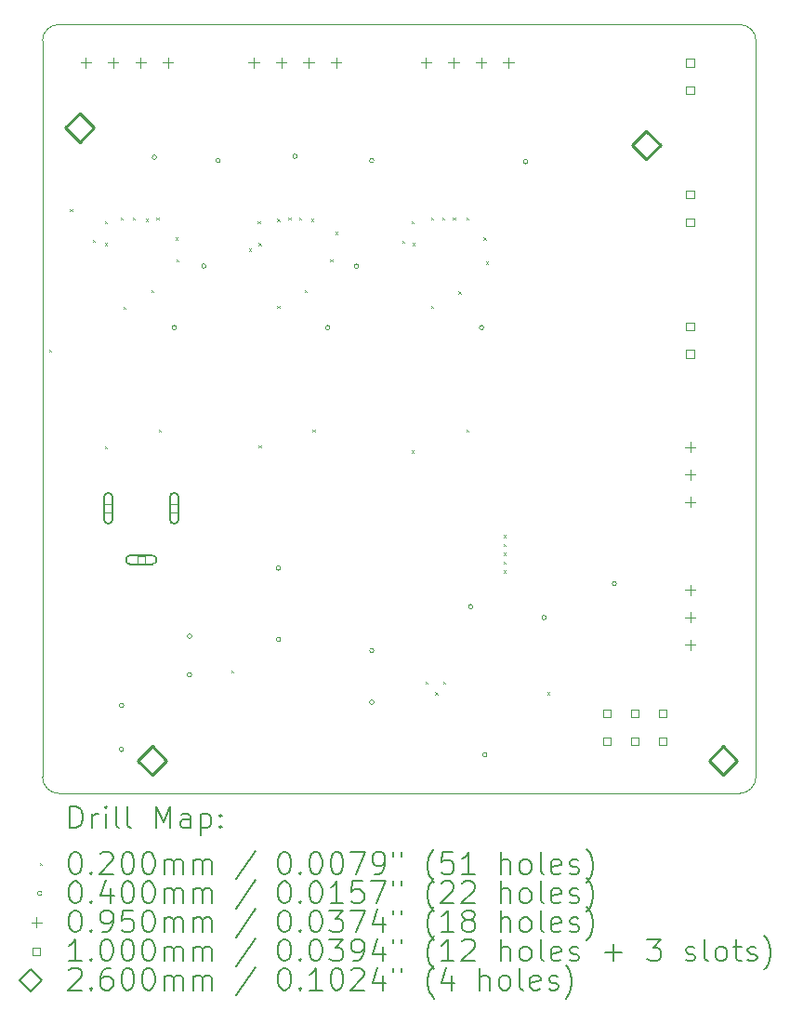
<source format=gbr>
%FSLAX45Y45*%
G04 Gerber Fmt 4.5, Leading zero omitted, Abs format (unit mm)*
G04 Created by KiCad (PCBNEW (6.0.4)) date 2022-04-15 10:09:58*
%MOMM*%
%LPD*%
G01*
G04 APERTURE LIST*
%TA.AperFunction,Profile*%
%ADD10C,0.100000*%
%TD*%
%ADD11C,0.200000*%
%ADD12C,0.020000*%
%ADD13C,0.040000*%
%ADD14C,0.095000*%
%ADD15C,0.100000*%
%ADD16C,0.260000*%
G04 APERTURE END LIST*
D10*
X17050000Y-3800000D02*
X10850000Y-3800000D01*
X17200000Y-10650000D02*
X17200000Y-3950000D01*
X10850000Y-10800000D02*
X17050000Y-10800000D01*
X10700000Y-3950000D02*
X10700000Y-10650000D01*
X10850000Y-3800000D02*
G75*
G03*
X10700000Y-3950000I0J-150000D01*
G01*
X17200000Y-3950000D02*
G75*
G03*
X17050000Y-3800000I-150000J0D01*
G01*
X17050000Y-10800000D02*
G75*
G03*
X17200000Y-10650000I0J150000D01*
G01*
X10700000Y-10650000D02*
G75*
G03*
X10850000Y-10800000I150000J0D01*
G01*
D11*
D12*
X10760000Y-6760000D02*
X10780000Y-6780000D01*
X10780000Y-6760000D02*
X10760000Y-6780000D01*
X10950000Y-5480000D02*
X10970000Y-5500000D01*
X10970000Y-5480000D02*
X10950000Y-5500000D01*
X11160320Y-5759680D02*
X11180320Y-5779680D01*
X11180320Y-5759680D02*
X11160320Y-5779680D01*
X11266555Y-5593445D02*
X11286555Y-5613445D01*
X11286555Y-5593445D02*
X11266555Y-5613445D01*
X11270000Y-5790000D02*
X11290000Y-5810000D01*
X11290000Y-5790000D02*
X11270000Y-5810000D01*
X11270000Y-7640000D02*
X11290000Y-7660000D01*
X11290000Y-7640000D02*
X11270000Y-7660000D01*
X11410000Y-5560000D02*
X11430000Y-5580000D01*
X11430000Y-5560000D02*
X11410000Y-5580000D01*
X11440050Y-6370000D02*
X11460050Y-6390000D01*
X11460050Y-6370000D02*
X11440050Y-6390000D01*
X11520000Y-5560000D02*
X11540000Y-5580000D01*
X11540000Y-5560000D02*
X11520000Y-5580000D01*
X11640000Y-5570000D02*
X11660000Y-5590000D01*
X11660000Y-5570000D02*
X11640000Y-5590000D01*
X11690000Y-6220000D02*
X11710000Y-6240000D01*
X11710000Y-6220000D02*
X11690000Y-6240000D01*
X11740000Y-5560000D02*
X11760000Y-5580000D01*
X11760000Y-5560000D02*
X11740000Y-5580000D01*
X11760000Y-7490000D02*
X11780000Y-7510000D01*
X11780000Y-7490000D02*
X11760000Y-7510000D01*
X11910000Y-5740000D02*
X11930000Y-5760000D01*
X11930000Y-5740000D02*
X11910000Y-5760000D01*
X11921096Y-5938904D02*
X11941096Y-5958904D01*
X11941096Y-5938904D02*
X11921096Y-5958904D01*
X12420000Y-9680000D02*
X12440000Y-9700000D01*
X12440000Y-9680000D02*
X12420000Y-9700000D01*
X12580000Y-5840000D02*
X12600000Y-5860000D01*
X12600000Y-5840000D02*
X12580000Y-5860000D01*
X12660000Y-5590000D02*
X12680000Y-5610000D01*
X12680000Y-5590000D02*
X12660000Y-5610000D01*
X12669068Y-7630931D02*
X12689068Y-7650931D01*
X12689068Y-7630931D02*
X12669068Y-7650931D01*
X12670000Y-5790000D02*
X12690000Y-5810000D01*
X12690000Y-5790000D02*
X12670000Y-5810000D01*
X12840000Y-5569860D02*
X12860000Y-5589860D01*
X12860000Y-5569860D02*
X12840000Y-5589860D01*
X12840000Y-6360000D02*
X12860000Y-6380000D01*
X12860000Y-6360000D02*
X12840000Y-6380000D01*
X12940000Y-5560000D02*
X12960000Y-5580000D01*
X12960000Y-5560000D02*
X12940000Y-5580000D01*
X13040000Y-5560000D02*
X13060000Y-5580000D01*
X13060000Y-5560000D02*
X13040000Y-5580000D01*
X13090000Y-6220000D02*
X13110000Y-6240000D01*
X13110000Y-6220000D02*
X13090000Y-6240000D01*
X13150000Y-5569860D02*
X13170000Y-5589860D01*
X13170000Y-5569860D02*
X13150000Y-5589860D01*
X13160000Y-7490000D02*
X13180000Y-7510000D01*
X13180000Y-7490000D02*
X13160000Y-7510000D01*
X13321096Y-5938904D02*
X13341096Y-5958904D01*
X13341096Y-5938904D02*
X13321096Y-5958904D01*
X13370000Y-5690000D02*
X13390000Y-5710000D01*
X13390000Y-5690000D02*
X13370000Y-5710000D01*
X13980000Y-5770000D02*
X14000000Y-5790000D01*
X14000000Y-5770000D02*
X13980000Y-5790000D01*
X14060000Y-5590000D02*
X14080000Y-5610000D01*
X14080000Y-5590000D02*
X14060000Y-5610000D01*
X14060000Y-7680000D02*
X14080000Y-7700000D01*
X14080000Y-7680000D02*
X14060000Y-7700000D01*
X14070000Y-5790000D02*
X14090000Y-5810000D01*
X14090000Y-5790000D02*
X14070000Y-5810000D01*
X14190000Y-9780000D02*
X14210000Y-9800000D01*
X14210000Y-9780000D02*
X14190000Y-9800000D01*
X14240000Y-5560000D02*
X14260000Y-5580000D01*
X14260000Y-5560000D02*
X14240000Y-5580000D01*
X14240000Y-6360000D02*
X14260000Y-6380000D01*
X14260000Y-6360000D02*
X14240000Y-6380000D01*
X14280000Y-9879901D02*
X14300000Y-9899901D01*
X14300000Y-9879901D02*
X14280000Y-9899901D01*
X14340000Y-5560000D02*
X14360000Y-5580000D01*
X14360000Y-5560000D02*
X14340000Y-5580000D01*
X14350000Y-9780000D02*
X14370000Y-9800000D01*
X14370000Y-9780000D02*
X14350000Y-9800000D01*
X14440000Y-5560000D02*
X14460000Y-5580000D01*
X14460000Y-5560000D02*
X14440000Y-5580000D01*
X14490000Y-6230000D02*
X14510000Y-6250000D01*
X14510000Y-6230000D02*
X14490000Y-6250000D01*
X14560000Y-5560000D02*
X14580000Y-5580000D01*
X14580000Y-5560000D02*
X14560000Y-5580000D01*
X14560000Y-7490000D02*
X14580000Y-7510000D01*
X14580000Y-7490000D02*
X14560000Y-7510000D01*
X14720000Y-5740000D02*
X14740000Y-5760000D01*
X14740000Y-5740000D02*
X14720000Y-5760000D01*
X14741096Y-5958904D02*
X14761096Y-5978904D01*
X14761096Y-5958904D02*
X14741096Y-5978904D01*
X14900000Y-8450000D02*
X14920000Y-8470000D01*
X14920000Y-8450000D02*
X14900000Y-8470000D01*
X14900000Y-8530000D02*
X14920000Y-8550000D01*
X14920000Y-8530000D02*
X14900000Y-8550000D01*
X14900000Y-8610000D02*
X14920000Y-8630000D01*
X14920000Y-8610000D02*
X14900000Y-8630000D01*
X14900000Y-8690000D02*
X14920000Y-8710000D01*
X14920000Y-8690000D02*
X14900000Y-8710000D01*
X14900000Y-8770000D02*
X14920000Y-8790000D01*
X14920000Y-8770000D02*
X14900000Y-8790000D01*
X15300000Y-9879950D02*
X15320000Y-9899950D01*
X15320000Y-9879950D02*
X15300000Y-9899950D01*
D13*
X11440000Y-10000000D02*
G75*
G03*
X11440000Y-10000000I-20000J0D01*
G01*
X11440000Y-10400000D02*
G75*
G03*
X11440000Y-10400000I-20000J0D01*
G01*
X11740000Y-5010000D02*
G75*
G03*
X11740000Y-5010000I-20000J0D01*
G01*
X11920000Y-6560000D02*
G75*
G03*
X11920000Y-6560000I-20000J0D01*
G01*
X12060000Y-9370000D02*
G75*
G03*
X12060000Y-9370000I-20000J0D01*
G01*
X12060000Y-9720000D02*
G75*
G03*
X12060000Y-9720000I-20000J0D01*
G01*
X12190000Y-6000000D02*
G75*
G03*
X12190000Y-6000000I-20000J0D01*
G01*
X12320000Y-5040000D02*
G75*
G03*
X12320000Y-5040000I-20000J0D01*
G01*
X12870000Y-8750000D02*
G75*
G03*
X12870000Y-8750000I-20000J0D01*
G01*
X12870000Y-9400000D02*
G75*
G03*
X12870000Y-9400000I-20000J0D01*
G01*
X13020000Y-5000000D02*
G75*
G03*
X13020000Y-5000000I-20000J0D01*
G01*
X13320000Y-6560000D02*
G75*
G03*
X13320000Y-6560000I-20000J0D01*
G01*
X13580000Y-6000000D02*
G75*
G03*
X13580000Y-6000000I-20000J0D01*
G01*
X13720000Y-5040000D02*
G75*
G03*
X13720000Y-5040000I-20000J0D01*
G01*
X13720000Y-9500000D02*
G75*
G03*
X13720000Y-9500000I-20000J0D01*
G01*
X13720000Y-9970000D02*
G75*
G03*
X13720000Y-9970000I-20000J0D01*
G01*
X14620000Y-9100000D02*
G75*
G03*
X14620000Y-9100000I-20000J0D01*
G01*
X14720000Y-6560000D02*
G75*
G03*
X14720000Y-6560000I-20000J0D01*
G01*
X14750000Y-10450000D02*
G75*
G03*
X14750000Y-10450000I-20000J0D01*
G01*
X15120000Y-5050000D02*
G75*
G03*
X15120000Y-5050000I-20000J0D01*
G01*
X15290000Y-9200000D02*
G75*
G03*
X15290000Y-9200000I-20000J0D01*
G01*
X15930000Y-8890000D02*
G75*
G03*
X15930000Y-8890000I-20000J0D01*
G01*
D14*
X11095000Y-4100000D02*
X11095000Y-4195000D01*
X11047500Y-4147500D02*
X11142500Y-4147500D01*
X11345000Y-4100000D02*
X11345000Y-4195000D01*
X11297500Y-4147500D02*
X11392500Y-4147500D01*
X11595000Y-4100000D02*
X11595000Y-4195000D01*
X11547500Y-4147500D02*
X11642500Y-4147500D01*
X11845000Y-4100000D02*
X11845000Y-4195000D01*
X11797500Y-4147500D02*
X11892500Y-4147500D01*
X12625000Y-4100000D02*
X12625000Y-4195000D01*
X12577500Y-4147500D02*
X12672500Y-4147500D01*
X12875000Y-4100000D02*
X12875000Y-4195000D01*
X12827500Y-4147500D02*
X12922500Y-4147500D01*
X13125000Y-4100000D02*
X13125000Y-4195000D01*
X13077500Y-4147500D02*
X13172500Y-4147500D01*
X13375000Y-4100000D02*
X13375000Y-4195000D01*
X13327500Y-4147500D02*
X13422500Y-4147500D01*
X14195000Y-4100000D02*
X14195000Y-4195000D01*
X14147500Y-4147500D02*
X14242500Y-4147500D01*
X14445000Y-4100000D02*
X14445000Y-4195000D01*
X14397500Y-4147500D02*
X14492500Y-4147500D01*
X14695000Y-4100000D02*
X14695000Y-4195000D01*
X14647500Y-4147500D02*
X14742500Y-4147500D01*
X14945000Y-4100000D02*
X14945000Y-4195000D01*
X14897500Y-4147500D02*
X14992500Y-4147500D01*
X16600000Y-7600000D02*
X16600000Y-7695000D01*
X16552500Y-7647500D02*
X16647500Y-7647500D01*
X16600000Y-7850000D02*
X16600000Y-7945000D01*
X16552500Y-7897500D02*
X16647500Y-7897500D01*
X16600000Y-8100000D02*
X16600000Y-8195000D01*
X16552500Y-8147500D02*
X16647500Y-8147500D01*
X16600000Y-8900000D02*
X16600000Y-8995000D01*
X16552500Y-8947500D02*
X16647500Y-8947500D01*
X16600000Y-9150000D02*
X16600000Y-9245000D01*
X16552500Y-9197500D02*
X16647500Y-9197500D01*
X16600000Y-9400000D02*
X16600000Y-9495000D01*
X16552500Y-9447500D02*
X16647500Y-9447500D01*
D15*
X11335356Y-8239606D02*
X11335356Y-8168894D01*
X11264644Y-8168894D01*
X11264644Y-8239606D01*
X11335356Y-8239606D01*
D11*
X11260000Y-8104250D02*
X11260000Y-8304250D01*
X11340000Y-8104250D02*
X11340000Y-8304250D01*
X11260000Y-8304250D02*
G75*
G03*
X11340000Y-8304250I40000J0D01*
G01*
X11340000Y-8104250D02*
G75*
G03*
X11260000Y-8104250I-40000J0D01*
G01*
D15*
X11635356Y-8709606D02*
X11635356Y-8638894D01*
X11564644Y-8638894D01*
X11564644Y-8709606D01*
X11635356Y-8709606D01*
D11*
X11500000Y-8714250D02*
X11700000Y-8714250D01*
X11500000Y-8634250D02*
X11700000Y-8634250D01*
X11700000Y-8714250D02*
G75*
G03*
X11700000Y-8634250I0J40000D01*
G01*
X11500000Y-8634250D02*
G75*
G03*
X11500000Y-8714250I0J-40000D01*
G01*
D15*
X11935356Y-8239606D02*
X11935356Y-8168894D01*
X11864644Y-8168894D01*
X11864644Y-8239606D01*
X11935356Y-8239606D01*
D11*
X11860000Y-8104250D02*
X11860000Y-8304250D01*
X11940000Y-8104250D02*
X11940000Y-8304250D01*
X11860000Y-8304250D02*
G75*
G03*
X11940000Y-8304250I40000J0D01*
G01*
X11940000Y-8104250D02*
G75*
G03*
X11860000Y-8104250I-40000J0D01*
G01*
D15*
X15879856Y-10107856D02*
X15879856Y-10037144D01*
X15809144Y-10037144D01*
X15809144Y-10107856D01*
X15879856Y-10107856D01*
X15879856Y-10361856D02*
X15879856Y-10291144D01*
X15809144Y-10291144D01*
X15809144Y-10361856D01*
X15879856Y-10361856D01*
X16133856Y-10107856D02*
X16133856Y-10037144D01*
X16063144Y-10037144D01*
X16063144Y-10107856D01*
X16133856Y-10107856D01*
X16133856Y-10361856D02*
X16133856Y-10291144D01*
X16063144Y-10291144D01*
X16063144Y-10361856D01*
X16133856Y-10361856D01*
X16387856Y-10107856D02*
X16387856Y-10037144D01*
X16317144Y-10037144D01*
X16317144Y-10107856D01*
X16387856Y-10107856D01*
X16387856Y-10361856D02*
X16387856Y-10291144D01*
X16317144Y-10291144D01*
X16317144Y-10361856D01*
X16387856Y-10361856D01*
X16635356Y-4185356D02*
X16635356Y-4114644D01*
X16564644Y-4114644D01*
X16564644Y-4185356D01*
X16635356Y-4185356D01*
X16635356Y-4435356D02*
X16635356Y-4364644D01*
X16564644Y-4364644D01*
X16564644Y-4435356D01*
X16635356Y-4435356D01*
X16635356Y-5385356D02*
X16635356Y-5314644D01*
X16564644Y-5314644D01*
X16564644Y-5385356D01*
X16635356Y-5385356D01*
X16635356Y-5635356D02*
X16635356Y-5564644D01*
X16564644Y-5564644D01*
X16564644Y-5635356D01*
X16635356Y-5635356D01*
X16635356Y-6585356D02*
X16635356Y-6514644D01*
X16564644Y-6514644D01*
X16564644Y-6585356D01*
X16635356Y-6585356D01*
X16635356Y-6835356D02*
X16635356Y-6764644D01*
X16564644Y-6764644D01*
X16564644Y-6835356D01*
X16635356Y-6835356D01*
D16*
X11040000Y-4870000D02*
X11170000Y-4740000D01*
X11040000Y-4610000D01*
X10910000Y-4740000D01*
X11040000Y-4870000D01*
X11700000Y-10630000D02*
X11830000Y-10500000D01*
X11700000Y-10370000D01*
X11570000Y-10500000D01*
X11700000Y-10630000D01*
X16200000Y-5030000D02*
X16330000Y-4900000D01*
X16200000Y-4770000D01*
X16070000Y-4900000D01*
X16200000Y-5030000D01*
X16900000Y-10630000D02*
X17030000Y-10500000D01*
X16900000Y-10370000D01*
X16770000Y-10500000D01*
X16900000Y-10630000D01*
D11*
X10952619Y-11115476D02*
X10952619Y-10915476D01*
X11000238Y-10915476D01*
X11028810Y-10925000D01*
X11047857Y-10944048D01*
X11057381Y-10963095D01*
X11066905Y-11001190D01*
X11066905Y-11029762D01*
X11057381Y-11067857D01*
X11047857Y-11086905D01*
X11028810Y-11105952D01*
X11000238Y-11115476D01*
X10952619Y-11115476D01*
X11152619Y-11115476D02*
X11152619Y-10982143D01*
X11152619Y-11020238D02*
X11162143Y-11001190D01*
X11171667Y-10991667D01*
X11190714Y-10982143D01*
X11209762Y-10982143D01*
X11276428Y-11115476D02*
X11276428Y-10982143D01*
X11276428Y-10915476D02*
X11266905Y-10925000D01*
X11276428Y-10934524D01*
X11285952Y-10925000D01*
X11276428Y-10915476D01*
X11276428Y-10934524D01*
X11400238Y-11115476D02*
X11381190Y-11105952D01*
X11371667Y-11086905D01*
X11371667Y-10915476D01*
X11505000Y-11115476D02*
X11485952Y-11105952D01*
X11476428Y-11086905D01*
X11476428Y-10915476D01*
X11733571Y-11115476D02*
X11733571Y-10915476D01*
X11800238Y-11058333D01*
X11866905Y-10915476D01*
X11866905Y-11115476D01*
X12047857Y-11115476D02*
X12047857Y-11010714D01*
X12038333Y-10991667D01*
X12019286Y-10982143D01*
X11981190Y-10982143D01*
X11962143Y-10991667D01*
X12047857Y-11105952D02*
X12028809Y-11115476D01*
X11981190Y-11115476D01*
X11962143Y-11105952D01*
X11952619Y-11086905D01*
X11952619Y-11067857D01*
X11962143Y-11048810D01*
X11981190Y-11039286D01*
X12028809Y-11039286D01*
X12047857Y-11029762D01*
X12143095Y-10982143D02*
X12143095Y-11182143D01*
X12143095Y-10991667D02*
X12162143Y-10982143D01*
X12200238Y-10982143D01*
X12219286Y-10991667D01*
X12228809Y-11001190D01*
X12238333Y-11020238D01*
X12238333Y-11077381D01*
X12228809Y-11096429D01*
X12219286Y-11105952D01*
X12200238Y-11115476D01*
X12162143Y-11115476D01*
X12143095Y-11105952D01*
X12324048Y-11096429D02*
X12333571Y-11105952D01*
X12324048Y-11115476D01*
X12314524Y-11105952D01*
X12324048Y-11096429D01*
X12324048Y-11115476D01*
X12324048Y-10991667D02*
X12333571Y-11001190D01*
X12324048Y-11010714D01*
X12314524Y-11001190D01*
X12324048Y-10991667D01*
X12324048Y-11010714D01*
D12*
X10675000Y-11435000D02*
X10695000Y-11455000D01*
X10695000Y-11435000D02*
X10675000Y-11455000D01*
D11*
X10990714Y-11335476D02*
X11009762Y-11335476D01*
X11028810Y-11345000D01*
X11038333Y-11354524D01*
X11047857Y-11373571D01*
X11057381Y-11411667D01*
X11057381Y-11459286D01*
X11047857Y-11497381D01*
X11038333Y-11516428D01*
X11028810Y-11525952D01*
X11009762Y-11535476D01*
X10990714Y-11535476D01*
X10971667Y-11525952D01*
X10962143Y-11516428D01*
X10952619Y-11497381D01*
X10943095Y-11459286D01*
X10943095Y-11411667D01*
X10952619Y-11373571D01*
X10962143Y-11354524D01*
X10971667Y-11345000D01*
X10990714Y-11335476D01*
X11143095Y-11516428D02*
X11152619Y-11525952D01*
X11143095Y-11535476D01*
X11133571Y-11525952D01*
X11143095Y-11516428D01*
X11143095Y-11535476D01*
X11228809Y-11354524D02*
X11238333Y-11345000D01*
X11257381Y-11335476D01*
X11305000Y-11335476D01*
X11324048Y-11345000D01*
X11333571Y-11354524D01*
X11343095Y-11373571D01*
X11343095Y-11392619D01*
X11333571Y-11421190D01*
X11219286Y-11535476D01*
X11343095Y-11535476D01*
X11466905Y-11335476D02*
X11485952Y-11335476D01*
X11505000Y-11345000D01*
X11514524Y-11354524D01*
X11524048Y-11373571D01*
X11533571Y-11411667D01*
X11533571Y-11459286D01*
X11524048Y-11497381D01*
X11514524Y-11516428D01*
X11505000Y-11525952D01*
X11485952Y-11535476D01*
X11466905Y-11535476D01*
X11447857Y-11525952D01*
X11438333Y-11516428D01*
X11428809Y-11497381D01*
X11419286Y-11459286D01*
X11419286Y-11411667D01*
X11428809Y-11373571D01*
X11438333Y-11354524D01*
X11447857Y-11345000D01*
X11466905Y-11335476D01*
X11657381Y-11335476D02*
X11676428Y-11335476D01*
X11695476Y-11345000D01*
X11705000Y-11354524D01*
X11714524Y-11373571D01*
X11724048Y-11411667D01*
X11724048Y-11459286D01*
X11714524Y-11497381D01*
X11705000Y-11516428D01*
X11695476Y-11525952D01*
X11676428Y-11535476D01*
X11657381Y-11535476D01*
X11638333Y-11525952D01*
X11628809Y-11516428D01*
X11619286Y-11497381D01*
X11609762Y-11459286D01*
X11609762Y-11411667D01*
X11619286Y-11373571D01*
X11628809Y-11354524D01*
X11638333Y-11345000D01*
X11657381Y-11335476D01*
X11809762Y-11535476D02*
X11809762Y-11402143D01*
X11809762Y-11421190D02*
X11819286Y-11411667D01*
X11838333Y-11402143D01*
X11866905Y-11402143D01*
X11885952Y-11411667D01*
X11895476Y-11430714D01*
X11895476Y-11535476D01*
X11895476Y-11430714D02*
X11905000Y-11411667D01*
X11924048Y-11402143D01*
X11952619Y-11402143D01*
X11971667Y-11411667D01*
X11981190Y-11430714D01*
X11981190Y-11535476D01*
X12076428Y-11535476D02*
X12076428Y-11402143D01*
X12076428Y-11421190D02*
X12085952Y-11411667D01*
X12105000Y-11402143D01*
X12133571Y-11402143D01*
X12152619Y-11411667D01*
X12162143Y-11430714D01*
X12162143Y-11535476D01*
X12162143Y-11430714D02*
X12171667Y-11411667D01*
X12190714Y-11402143D01*
X12219286Y-11402143D01*
X12238333Y-11411667D01*
X12247857Y-11430714D01*
X12247857Y-11535476D01*
X12638333Y-11325952D02*
X12466905Y-11583095D01*
X12895476Y-11335476D02*
X12914524Y-11335476D01*
X12933571Y-11345000D01*
X12943095Y-11354524D01*
X12952619Y-11373571D01*
X12962143Y-11411667D01*
X12962143Y-11459286D01*
X12952619Y-11497381D01*
X12943095Y-11516428D01*
X12933571Y-11525952D01*
X12914524Y-11535476D01*
X12895476Y-11535476D01*
X12876428Y-11525952D01*
X12866905Y-11516428D01*
X12857381Y-11497381D01*
X12847857Y-11459286D01*
X12847857Y-11411667D01*
X12857381Y-11373571D01*
X12866905Y-11354524D01*
X12876428Y-11345000D01*
X12895476Y-11335476D01*
X13047857Y-11516428D02*
X13057381Y-11525952D01*
X13047857Y-11535476D01*
X13038333Y-11525952D01*
X13047857Y-11516428D01*
X13047857Y-11535476D01*
X13181190Y-11335476D02*
X13200238Y-11335476D01*
X13219286Y-11345000D01*
X13228809Y-11354524D01*
X13238333Y-11373571D01*
X13247857Y-11411667D01*
X13247857Y-11459286D01*
X13238333Y-11497381D01*
X13228809Y-11516428D01*
X13219286Y-11525952D01*
X13200238Y-11535476D01*
X13181190Y-11535476D01*
X13162143Y-11525952D01*
X13152619Y-11516428D01*
X13143095Y-11497381D01*
X13133571Y-11459286D01*
X13133571Y-11411667D01*
X13143095Y-11373571D01*
X13152619Y-11354524D01*
X13162143Y-11345000D01*
X13181190Y-11335476D01*
X13371667Y-11335476D02*
X13390714Y-11335476D01*
X13409762Y-11345000D01*
X13419286Y-11354524D01*
X13428809Y-11373571D01*
X13438333Y-11411667D01*
X13438333Y-11459286D01*
X13428809Y-11497381D01*
X13419286Y-11516428D01*
X13409762Y-11525952D01*
X13390714Y-11535476D01*
X13371667Y-11535476D01*
X13352619Y-11525952D01*
X13343095Y-11516428D01*
X13333571Y-11497381D01*
X13324048Y-11459286D01*
X13324048Y-11411667D01*
X13333571Y-11373571D01*
X13343095Y-11354524D01*
X13352619Y-11345000D01*
X13371667Y-11335476D01*
X13505000Y-11335476D02*
X13638333Y-11335476D01*
X13552619Y-11535476D01*
X13724048Y-11535476D02*
X13762143Y-11535476D01*
X13781190Y-11525952D01*
X13790714Y-11516428D01*
X13809762Y-11487857D01*
X13819286Y-11449762D01*
X13819286Y-11373571D01*
X13809762Y-11354524D01*
X13800238Y-11345000D01*
X13781190Y-11335476D01*
X13743095Y-11335476D01*
X13724048Y-11345000D01*
X13714524Y-11354524D01*
X13705000Y-11373571D01*
X13705000Y-11421190D01*
X13714524Y-11440238D01*
X13724048Y-11449762D01*
X13743095Y-11459286D01*
X13781190Y-11459286D01*
X13800238Y-11449762D01*
X13809762Y-11440238D01*
X13819286Y-11421190D01*
X13895476Y-11335476D02*
X13895476Y-11373571D01*
X13971667Y-11335476D02*
X13971667Y-11373571D01*
X14266905Y-11611667D02*
X14257381Y-11602143D01*
X14238333Y-11573571D01*
X14228809Y-11554524D01*
X14219286Y-11525952D01*
X14209762Y-11478333D01*
X14209762Y-11440238D01*
X14219286Y-11392619D01*
X14228809Y-11364048D01*
X14238333Y-11345000D01*
X14257381Y-11316428D01*
X14266905Y-11306905D01*
X14438333Y-11335476D02*
X14343095Y-11335476D01*
X14333571Y-11430714D01*
X14343095Y-11421190D01*
X14362143Y-11411667D01*
X14409762Y-11411667D01*
X14428809Y-11421190D01*
X14438333Y-11430714D01*
X14447857Y-11449762D01*
X14447857Y-11497381D01*
X14438333Y-11516428D01*
X14428809Y-11525952D01*
X14409762Y-11535476D01*
X14362143Y-11535476D01*
X14343095Y-11525952D01*
X14333571Y-11516428D01*
X14638333Y-11535476D02*
X14524048Y-11535476D01*
X14581190Y-11535476D02*
X14581190Y-11335476D01*
X14562143Y-11364048D01*
X14543095Y-11383095D01*
X14524048Y-11392619D01*
X14876428Y-11535476D02*
X14876428Y-11335476D01*
X14962143Y-11535476D02*
X14962143Y-11430714D01*
X14952619Y-11411667D01*
X14933571Y-11402143D01*
X14905000Y-11402143D01*
X14885952Y-11411667D01*
X14876428Y-11421190D01*
X15085952Y-11535476D02*
X15066905Y-11525952D01*
X15057381Y-11516428D01*
X15047857Y-11497381D01*
X15047857Y-11440238D01*
X15057381Y-11421190D01*
X15066905Y-11411667D01*
X15085952Y-11402143D01*
X15114524Y-11402143D01*
X15133571Y-11411667D01*
X15143095Y-11421190D01*
X15152619Y-11440238D01*
X15152619Y-11497381D01*
X15143095Y-11516428D01*
X15133571Y-11525952D01*
X15114524Y-11535476D01*
X15085952Y-11535476D01*
X15266905Y-11535476D02*
X15247857Y-11525952D01*
X15238333Y-11506905D01*
X15238333Y-11335476D01*
X15419286Y-11525952D02*
X15400238Y-11535476D01*
X15362143Y-11535476D01*
X15343095Y-11525952D01*
X15333571Y-11506905D01*
X15333571Y-11430714D01*
X15343095Y-11411667D01*
X15362143Y-11402143D01*
X15400238Y-11402143D01*
X15419286Y-11411667D01*
X15428809Y-11430714D01*
X15428809Y-11449762D01*
X15333571Y-11468809D01*
X15505000Y-11525952D02*
X15524048Y-11535476D01*
X15562143Y-11535476D01*
X15581190Y-11525952D01*
X15590714Y-11506905D01*
X15590714Y-11497381D01*
X15581190Y-11478333D01*
X15562143Y-11468809D01*
X15533571Y-11468809D01*
X15514524Y-11459286D01*
X15505000Y-11440238D01*
X15505000Y-11430714D01*
X15514524Y-11411667D01*
X15533571Y-11402143D01*
X15562143Y-11402143D01*
X15581190Y-11411667D01*
X15657381Y-11611667D02*
X15666905Y-11602143D01*
X15685952Y-11573571D01*
X15695476Y-11554524D01*
X15705000Y-11525952D01*
X15714524Y-11478333D01*
X15714524Y-11440238D01*
X15705000Y-11392619D01*
X15695476Y-11364048D01*
X15685952Y-11345000D01*
X15666905Y-11316428D01*
X15657381Y-11306905D01*
D13*
X10695000Y-11709000D02*
G75*
G03*
X10695000Y-11709000I-20000J0D01*
G01*
D11*
X10990714Y-11599476D02*
X11009762Y-11599476D01*
X11028810Y-11609000D01*
X11038333Y-11618524D01*
X11047857Y-11637571D01*
X11057381Y-11675667D01*
X11057381Y-11723286D01*
X11047857Y-11761381D01*
X11038333Y-11780428D01*
X11028810Y-11789952D01*
X11009762Y-11799476D01*
X10990714Y-11799476D01*
X10971667Y-11789952D01*
X10962143Y-11780428D01*
X10952619Y-11761381D01*
X10943095Y-11723286D01*
X10943095Y-11675667D01*
X10952619Y-11637571D01*
X10962143Y-11618524D01*
X10971667Y-11609000D01*
X10990714Y-11599476D01*
X11143095Y-11780428D02*
X11152619Y-11789952D01*
X11143095Y-11799476D01*
X11133571Y-11789952D01*
X11143095Y-11780428D01*
X11143095Y-11799476D01*
X11324048Y-11666143D02*
X11324048Y-11799476D01*
X11276428Y-11589952D02*
X11228809Y-11732809D01*
X11352619Y-11732809D01*
X11466905Y-11599476D02*
X11485952Y-11599476D01*
X11505000Y-11609000D01*
X11514524Y-11618524D01*
X11524048Y-11637571D01*
X11533571Y-11675667D01*
X11533571Y-11723286D01*
X11524048Y-11761381D01*
X11514524Y-11780428D01*
X11505000Y-11789952D01*
X11485952Y-11799476D01*
X11466905Y-11799476D01*
X11447857Y-11789952D01*
X11438333Y-11780428D01*
X11428809Y-11761381D01*
X11419286Y-11723286D01*
X11419286Y-11675667D01*
X11428809Y-11637571D01*
X11438333Y-11618524D01*
X11447857Y-11609000D01*
X11466905Y-11599476D01*
X11657381Y-11599476D02*
X11676428Y-11599476D01*
X11695476Y-11609000D01*
X11705000Y-11618524D01*
X11714524Y-11637571D01*
X11724048Y-11675667D01*
X11724048Y-11723286D01*
X11714524Y-11761381D01*
X11705000Y-11780428D01*
X11695476Y-11789952D01*
X11676428Y-11799476D01*
X11657381Y-11799476D01*
X11638333Y-11789952D01*
X11628809Y-11780428D01*
X11619286Y-11761381D01*
X11609762Y-11723286D01*
X11609762Y-11675667D01*
X11619286Y-11637571D01*
X11628809Y-11618524D01*
X11638333Y-11609000D01*
X11657381Y-11599476D01*
X11809762Y-11799476D02*
X11809762Y-11666143D01*
X11809762Y-11685190D02*
X11819286Y-11675667D01*
X11838333Y-11666143D01*
X11866905Y-11666143D01*
X11885952Y-11675667D01*
X11895476Y-11694714D01*
X11895476Y-11799476D01*
X11895476Y-11694714D02*
X11905000Y-11675667D01*
X11924048Y-11666143D01*
X11952619Y-11666143D01*
X11971667Y-11675667D01*
X11981190Y-11694714D01*
X11981190Y-11799476D01*
X12076428Y-11799476D02*
X12076428Y-11666143D01*
X12076428Y-11685190D02*
X12085952Y-11675667D01*
X12105000Y-11666143D01*
X12133571Y-11666143D01*
X12152619Y-11675667D01*
X12162143Y-11694714D01*
X12162143Y-11799476D01*
X12162143Y-11694714D02*
X12171667Y-11675667D01*
X12190714Y-11666143D01*
X12219286Y-11666143D01*
X12238333Y-11675667D01*
X12247857Y-11694714D01*
X12247857Y-11799476D01*
X12638333Y-11589952D02*
X12466905Y-11847095D01*
X12895476Y-11599476D02*
X12914524Y-11599476D01*
X12933571Y-11609000D01*
X12943095Y-11618524D01*
X12952619Y-11637571D01*
X12962143Y-11675667D01*
X12962143Y-11723286D01*
X12952619Y-11761381D01*
X12943095Y-11780428D01*
X12933571Y-11789952D01*
X12914524Y-11799476D01*
X12895476Y-11799476D01*
X12876428Y-11789952D01*
X12866905Y-11780428D01*
X12857381Y-11761381D01*
X12847857Y-11723286D01*
X12847857Y-11675667D01*
X12857381Y-11637571D01*
X12866905Y-11618524D01*
X12876428Y-11609000D01*
X12895476Y-11599476D01*
X13047857Y-11780428D02*
X13057381Y-11789952D01*
X13047857Y-11799476D01*
X13038333Y-11789952D01*
X13047857Y-11780428D01*
X13047857Y-11799476D01*
X13181190Y-11599476D02*
X13200238Y-11599476D01*
X13219286Y-11609000D01*
X13228809Y-11618524D01*
X13238333Y-11637571D01*
X13247857Y-11675667D01*
X13247857Y-11723286D01*
X13238333Y-11761381D01*
X13228809Y-11780428D01*
X13219286Y-11789952D01*
X13200238Y-11799476D01*
X13181190Y-11799476D01*
X13162143Y-11789952D01*
X13152619Y-11780428D01*
X13143095Y-11761381D01*
X13133571Y-11723286D01*
X13133571Y-11675667D01*
X13143095Y-11637571D01*
X13152619Y-11618524D01*
X13162143Y-11609000D01*
X13181190Y-11599476D01*
X13438333Y-11799476D02*
X13324048Y-11799476D01*
X13381190Y-11799476D02*
X13381190Y-11599476D01*
X13362143Y-11628048D01*
X13343095Y-11647095D01*
X13324048Y-11656619D01*
X13619286Y-11599476D02*
X13524048Y-11599476D01*
X13514524Y-11694714D01*
X13524048Y-11685190D01*
X13543095Y-11675667D01*
X13590714Y-11675667D01*
X13609762Y-11685190D01*
X13619286Y-11694714D01*
X13628809Y-11713762D01*
X13628809Y-11761381D01*
X13619286Y-11780428D01*
X13609762Y-11789952D01*
X13590714Y-11799476D01*
X13543095Y-11799476D01*
X13524048Y-11789952D01*
X13514524Y-11780428D01*
X13695476Y-11599476D02*
X13828809Y-11599476D01*
X13743095Y-11799476D01*
X13895476Y-11599476D02*
X13895476Y-11637571D01*
X13971667Y-11599476D02*
X13971667Y-11637571D01*
X14266905Y-11875667D02*
X14257381Y-11866143D01*
X14238333Y-11837571D01*
X14228809Y-11818524D01*
X14219286Y-11789952D01*
X14209762Y-11742333D01*
X14209762Y-11704238D01*
X14219286Y-11656619D01*
X14228809Y-11628048D01*
X14238333Y-11609000D01*
X14257381Y-11580428D01*
X14266905Y-11570905D01*
X14333571Y-11618524D02*
X14343095Y-11609000D01*
X14362143Y-11599476D01*
X14409762Y-11599476D01*
X14428809Y-11609000D01*
X14438333Y-11618524D01*
X14447857Y-11637571D01*
X14447857Y-11656619D01*
X14438333Y-11685190D01*
X14324048Y-11799476D01*
X14447857Y-11799476D01*
X14524048Y-11618524D02*
X14533571Y-11609000D01*
X14552619Y-11599476D01*
X14600238Y-11599476D01*
X14619286Y-11609000D01*
X14628809Y-11618524D01*
X14638333Y-11637571D01*
X14638333Y-11656619D01*
X14628809Y-11685190D01*
X14514524Y-11799476D01*
X14638333Y-11799476D01*
X14876428Y-11799476D02*
X14876428Y-11599476D01*
X14962143Y-11799476D02*
X14962143Y-11694714D01*
X14952619Y-11675667D01*
X14933571Y-11666143D01*
X14905000Y-11666143D01*
X14885952Y-11675667D01*
X14876428Y-11685190D01*
X15085952Y-11799476D02*
X15066905Y-11789952D01*
X15057381Y-11780428D01*
X15047857Y-11761381D01*
X15047857Y-11704238D01*
X15057381Y-11685190D01*
X15066905Y-11675667D01*
X15085952Y-11666143D01*
X15114524Y-11666143D01*
X15133571Y-11675667D01*
X15143095Y-11685190D01*
X15152619Y-11704238D01*
X15152619Y-11761381D01*
X15143095Y-11780428D01*
X15133571Y-11789952D01*
X15114524Y-11799476D01*
X15085952Y-11799476D01*
X15266905Y-11799476D02*
X15247857Y-11789952D01*
X15238333Y-11770905D01*
X15238333Y-11599476D01*
X15419286Y-11789952D02*
X15400238Y-11799476D01*
X15362143Y-11799476D01*
X15343095Y-11789952D01*
X15333571Y-11770905D01*
X15333571Y-11694714D01*
X15343095Y-11675667D01*
X15362143Y-11666143D01*
X15400238Y-11666143D01*
X15419286Y-11675667D01*
X15428809Y-11694714D01*
X15428809Y-11713762D01*
X15333571Y-11732809D01*
X15505000Y-11789952D02*
X15524048Y-11799476D01*
X15562143Y-11799476D01*
X15581190Y-11789952D01*
X15590714Y-11770905D01*
X15590714Y-11761381D01*
X15581190Y-11742333D01*
X15562143Y-11732809D01*
X15533571Y-11732809D01*
X15514524Y-11723286D01*
X15505000Y-11704238D01*
X15505000Y-11694714D01*
X15514524Y-11675667D01*
X15533571Y-11666143D01*
X15562143Y-11666143D01*
X15581190Y-11675667D01*
X15657381Y-11875667D02*
X15666905Y-11866143D01*
X15685952Y-11837571D01*
X15695476Y-11818524D01*
X15705000Y-11789952D01*
X15714524Y-11742333D01*
X15714524Y-11704238D01*
X15705000Y-11656619D01*
X15695476Y-11628048D01*
X15685952Y-11609000D01*
X15666905Y-11580428D01*
X15657381Y-11570905D01*
D14*
X10647500Y-11925500D02*
X10647500Y-12020500D01*
X10600000Y-11973000D02*
X10695000Y-11973000D01*
D11*
X10990714Y-11863476D02*
X11009762Y-11863476D01*
X11028810Y-11873000D01*
X11038333Y-11882524D01*
X11047857Y-11901571D01*
X11057381Y-11939667D01*
X11057381Y-11987286D01*
X11047857Y-12025381D01*
X11038333Y-12044428D01*
X11028810Y-12053952D01*
X11009762Y-12063476D01*
X10990714Y-12063476D01*
X10971667Y-12053952D01*
X10962143Y-12044428D01*
X10952619Y-12025381D01*
X10943095Y-11987286D01*
X10943095Y-11939667D01*
X10952619Y-11901571D01*
X10962143Y-11882524D01*
X10971667Y-11873000D01*
X10990714Y-11863476D01*
X11143095Y-12044428D02*
X11152619Y-12053952D01*
X11143095Y-12063476D01*
X11133571Y-12053952D01*
X11143095Y-12044428D01*
X11143095Y-12063476D01*
X11247857Y-12063476D02*
X11285952Y-12063476D01*
X11305000Y-12053952D01*
X11314524Y-12044428D01*
X11333571Y-12015857D01*
X11343095Y-11977762D01*
X11343095Y-11901571D01*
X11333571Y-11882524D01*
X11324048Y-11873000D01*
X11305000Y-11863476D01*
X11266905Y-11863476D01*
X11247857Y-11873000D01*
X11238333Y-11882524D01*
X11228809Y-11901571D01*
X11228809Y-11949190D01*
X11238333Y-11968238D01*
X11247857Y-11977762D01*
X11266905Y-11987286D01*
X11305000Y-11987286D01*
X11324048Y-11977762D01*
X11333571Y-11968238D01*
X11343095Y-11949190D01*
X11524048Y-11863476D02*
X11428809Y-11863476D01*
X11419286Y-11958714D01*
X11428809Y-11949190D01*
X11447857Y-11939667D01*
X11495476Y-11939667D01*
X11514524Y-11949190D01*
X11524048Y-11958714D01*
X11533571Y-11977762D01*
X11533571Y-12025381D01*
X11524048Y-12044428D01*
X11514524Y-12053952D01*
X11495476Y-12063476D01*
X11447857Y-12063476D01*
X11428809Y-12053952D01*
X11419286Y-12044428D01*
X11657381Y-11863476D02*
X11676428Y-11863476D01*
X11695476Y-11873000D01*
X11705000Y-11882524D01*
X11714524Y-11901571D01*
X11724048Y-11939667D01*
X11724048Y-11987286D01*
X11714524Y-12025381D01*
X11705000Y-12044428D01*
X11695476Y-12053952D01*
X11676428Y-12063476D01*
X11657381Y-12063476D01*
X11638333Y-12053952D01*
X11628809Y-12044428D01*
X11619286Y-12025381D01*
X11609762Y-11987286D01*
X11609762Y-11939667D01*
X11619286Y-11901571D01*
X11628809Y-11882524D01*
X11638333Y-11873000D01*
X11657381Y-11863476D01*
X11809762Y-12063476D02*
X11809762Y-11930143D01*
X11809762Y-11949190D02*
X11819286Y-11939667D01*
X11838333Y-11930143D01*
X11866905Y-11930143D01*
X11885952Y-11939667D01*
X11895476Y-11958714D01*
X11895476Y-12063476D01*
X11895476Y-11958714D02*
X11905000Y-11939667D01*
X11924048Y-11930143D01*
X11952619Y-11930143D01*
X11971667Y-11939667D01*
X11981190Y-11958714D01*
X11981190Y-12063476D01*
X12076428Y-12063476D02*
X12076428Y-11930143D01*
X12076428Y-11949190D02*
X12085952Y-11939667D01*
X12105000Y-11930143D01*
X12133571Y-11930143D01*
X12152619Y-11939667D01*
X12162143Y-11958714D01*
X12162143Y-12063476D01*
X12162143Y-11958714D02*
X12171667Y-11939667D01*
X12190714Y-11930143D01*
X12219286Y-11930143D01*
X12238333Y-11939667D01*
X12247857Y-11958714D01*
X12247857Y-12063476D01*
X12638333Y-11853952D02*
X12466905Y-12111095D01*
X12895476Y-11863476D02*
X12914524Y-11863476D01*
X12933571Y-11873000D01*
X12943095Y-11882524D01*
X12952619Y-11901571D01*
X12962143Y-11939667D01*
X12962143Y-11987286D01*
X12952619Y-12025381D01*
X12943095Y-12044428D01*
X12933571Y-12053952D01*
X12914524Y-12063476D01*
X12895476Y-12063476D01*
X12876428Y-12053952D01*
X12866905Y-12044428D01*
X12857381Y-12025381D01*
X12847857Y-11987286D01*
X12847857Y-11939667D01*
X12857381Y-11901571D01*
X12866905Y-11882524D01*
X12876428Y-11873000D01*
X12895476Y-11863476D01*
X13047857Y-12044428D02*
X13057381Y-12053952D01*
X13047857Y-12063476D01*
X13038333Y-12053952D01*
X13047857Y-12044428D01*
X13047857Y-12063476D01*
X13181190Y-11863476D02*
X13200238Y-11863476D01*
X13219286Y-11873000D01*
X13228809Y-11882524D01*
X13238333Y-11901571D01*
X13247857Y-11939667D01*
X13247857Y-11987286D01*
X13238333Y-12025381D01*
X13228809Y-12044428D01*
X13219286Y-12053952D01*
X13200238Y-12063476D01*
X13181190Y-12063476D01*
X13162143Y-12053952D01*
X13152619Y-12044428D01*
X13143095Y-12025381D01*
X13133571Y-11987286D01*
X13133571Y-11939667D01*
X13143095Y-11901571D01*
X13152619Y-11882524D01*
X13162143Y-11873000D01*
X13181190Y-11863476D01*
X13314524Y-11863476D02*
X13438333Y-11863476D01*
X13371667Y-11939667D01*
X13400238Y-11939667D01*
X13419286Y-11949190D01*
X13428809Y-11958714D01*
X13438333Y-11977762D01*
X13438333Y-12025381D01*
X13428809Y-12044428D01*
X13419286Y-12053952D01*
X13400238Y-12063476D01*
X13343095Y-12063476D01*
X13324048Y-12053952D01*
X13314524Y-12044428D01*
X13505000Y-11863476D02*
X13638333Y-11863476D01*
X13552619Y-12063476D01*
X13800238Y-11930143D02*
X13800238Y-12063476D01*
X13752619Y-11853952D02*
X13705000Y-11996809D01*
X13828809Y-11996809D01*
X13895476Y-11863476D02*
X13895476Y-11901571D01*
X13971667Y-11863476D02*
X13971667Y-11901571D01*
X14266905Y-12139667D02*
X14257381Y-12130143D01*
X14238333Y-12101571D01*
X14228809Y-12082524D01*
X14219286Y-12053952D01*
X14209762Y-12006333D01*
X14209762Y-11968238D01*
X14219286Y-11920619D01*
X14228809Y-11892048D01*
X14238333Y-11873000D01*
X14257381Y-11844428D01*
X14266905Y-11834905D01*
X14447857Y-12063476D02*
X14333571Y-12063476D01*
X14390714Y-12063476D02*
X14390714Y-11863476D01*
X14371667Y-11892048D01*
X14352619Y-11911095D01*
X14333571Y-11920619D01*
X14562143Y-11949190D02*
X14543095Y-11939667D01*
X14533571Y-11930143D01*
X14524048Y-11911095D01*
X14524048Y-11901571D01*
X14533571Y-11882524D01*
X14543095Y-11873000D01*
X14562143Y-11863476D01*
X14600238Y-11863476D01*
X14619286Y-11873000D01*
X14628809Y-11882524D01*
X14638333Y-11901571D01*
X14638333Y-11911095D01*
X14628809Y-11930143D01*
X14619286Y-11939667D01*
X14600238Y-11949190D01*
X14562143Y-11949190D01*
X14543095Y-11958714D01*
X14533571Y-11968238D01*
X14524048Y-11987286D01*
X14524048Y-12025381D01*
X14533571Y-12044428D01*
X14543095Y-12053952D01*
X14562143Y-12063476D01*
X14600238Y-12063476D01*
X14619286Y-12053952D01*
X14628809Y-12044428D01*
X14638333Y-12025381D01*
X14638333Y-11987286D01*
X14628809Y-11968238D01*
X14619286Y-11958714D01*
X14600238Y-11949190D01*
X14876428Y-12063476D02*
X14876428Y-11863476D01*
X14962143Y-12063476D02*
X14962143Y-11958714D01*
X14952619Y-11939667D01*
X14933571Y-11930143D01*
X14905000Y-11930143D01*
X14885952Y-11939667D01*
X14876428Y-11949190D01*
X15085952Y-12063476D02*
X15066905Y-12053952D01*
X15057381Y-12044428D01*
X15047857Y-12025381D01*
X15047857Y-11968238D01*
X15057381Y-11949190D01*
X15066905Y-11939667D01*
X15085952Y-11930143D01*
X15114524Y-11930143D01*
X15133571Y-11939667D01*
X15143095Y-11949190D01*
X15152619Y-11968238D01*
X15152619Y-12025381D01*
X15143095Y-12044428D01*
X15133571Y-12053952D01*
X15114524Y-12063476D01*
X15085952Y-12063476D01*
X15266905Y-12063476D02*
X15247857Y-12053952D01*
X15238333Y-12034905D01*
X15238333Y-11863476D01*
X15419286Y-12053952D02*
X15400238Y-12063476D01*
X15362143Y-12063476D01*
X15343095Y-12053952D01*
X15333571Y-12034905D01*
X15333571Y-11958714D01*
X15343095Y-11939667D01*
X15362143Y-11930143D01*
X15400238Y-11930143D01*
X15419286Y-11939667D01*
X15428809Y-11958714D01*
X15428809Y-11977762D01*
X15333571Y-11996809D01*
X15505000Y-12053952D02*
X15524048Y-12063476D01*
X15562143Y-12063476D01*
X15581190Y-12053952D01*
X15590714Y-12034905D01*
X15590714Y-12025381D01*
X15581190Y-12006333D01*
X15562143Y-11996809D01*
X15533571Y-11996809D01*
X15514524Y-11987286D01*
X15505000Y-11968238D01*
X15505000Y-11958714D01*
X15514524Y-11939667D01*
X15533571Y-11930143D01*
X15562143Y-11930143D01*
X15581190Y-11939667D01*
X15657381Y-12139667D02*
X15666905Y-12130143D01*
X15685952Y-12101571D01*
X15695476Y-12082524D01*
X15705000Y-12053952D01*
X15714524Y-12006333D01*
X15714524Y-11968238D01*
X15705000Y-11920619D01*
X15695476Y-11892048D01*
X15685952Y-11873000D01*
X15666905Y-11844428D01*
X15657381Y-11834905D01*
D15*
X10680356Y-12272356D02*
X10680356Y-12201644D01*
X10609644Y-12201644D01*
X10609644Y-12272356D01*
X10680356Y-12272356D01*
D11*
X11057381Y-12327476D02*
X10943095Y-12327476D01*
X11000238Y-12327476D02*
X11000238Y-12127476D01*
X10981190Y-12156048D01*
X10962143Y-12175095D01*
X10943095Y-12184619D01*
X11143095Y-12308428D02*
X11152619Y-12317952D01*
X11143095Y-12327476D01*
X11133571Y-12317952D01*
X11143095Y-12308428D01*
X11143095Y-12327476D01*
X11276428Y-12127476D02*
X11295476Y-12127476D01*
X11314524Y-12137000D01*
X11324048Y-12146524D01*
X11333571Y-12165571D01*
X11343095Y-12203667D01*
X11343095Y-12251286D01*
X11333571Y-12289381D01*
X11324048Y-12308428D01*
X11314524Y-12317952D01*
X11295476Y-12327476D01*
X11276428Y-12327476D01*
X11257381Y-12317952D01*
X11247857Y-12308428D01*
X11238333Y-12289381D01*
X11228809Y-12251286D01*
X11228809Y-12203667D01*
X11238333Y-12165571D01*
X11247857Y-12146524D01*
X11257381Y-12137000D01*
X11276428Y-12127476D01*
X11466905Y-12127476D02*
X11485952Y-12127476D01*
X11505000Y-12137000D01*
X11514524Y-12146524D01*
X11524048Y-12165571D01*
X11533571Y-12203667D01*
X11533571Y-12251286D01*
X11524048Y-12289381D01*
X11514524Y-12308428D01*
X11505000Y-12317952D01*
X11485952Y-12327476D01*
X11466905Y-12327476D01*
X11447857Y-12317952D01*
X11438333Y-12308428D01*
X11428809Y-12289381D01*
X11419286Y-12251286D01*
X11419286Y-12203667D01*
X11428809Y-12165571D01*
X11438333Y-12146524D01*
X11447857Y-12137000D01*
X11466905Y-12127476D01*
X11657381Y-12127476D02*
X11676428Y-12127476D01*
X11695476Y-12137000D01*
X11705000Y-12146524D01*
X11714524Y-12165571D01*
X11724048Y-12203667D01*
X11724048Y-12251286D01*
X11714524Y-12289381D01*
X11705000Y-12308428D01*
X11695476Y-12317952D01*
X11676428Y-12327476D01*
X11657381Y-12327476D01*
X11638333Y-12317952D01*
X11628809Y-12308428D01*
X11619286Y-12289381D01*
X11609762Y-12251286D01*
X11609762Y-12203667D01*
X11619286Y-12165571D01*
X11628809Y-12146524D01*
X11638333Y-12137000D01*
X11657381Y-12127476D01*
X11809762Y-12327476D02*
X11809762Y-12194143D01*
X11809762Y-12213190D02*
X11819286Y-12203667D01*
X11838333Y-12194143D01*
X11866905Y-12194143D01*
X11885952Y-12203667D01*
X11895476Y-12222714D01*
X11895476Y-12327476D01*
X11895476Y-12222714D02*
X11905000Y-12203667D01*
X11924048Y-12194143D01*
X11952619Y-12194143D01*
X11971667Y-12203667D01*
X11981190Y-12222714D01*
X11981190Y-12327476D01*
X12076428Y-12327476D02*
X12076428Y-12194143D01*
X12076428Y-12213190D02*
X12085952Y-12203667D01*
X12105000Y-12194143D01*
X12133571Y-12194143D01*
X12152619Y-12203667D01*
X12162143Y-12222714D01*
X12162143Y-12327476D01*
X12162143Y-12222714D02*
X12171667Y-12203667D01*
X12190714Y-12194143D01*
X12219286Y-12194143D01*
X12238333Y-12203667D01*
X12247857Y-12222714D01*
X12247857Y-12327476D01*
X12638333Y-12117952D02*
X12466905Y-12375095D01*
X12895476Y-12127476D02*
X12914524Y-12127476D01*
X12933571Y-12137000D01*
X12943095Y-12146524D01*
X12952619Y-12165571D01*
X12962143Y-12203667D01*
X12962143Y-12251286D01*
X12952619Y-12289381D01*
X12943095Y-12308428D01*
X12933571Y-12317952D01*
X12914524Y-12327476D01*
X12895476Y-12327476D01*
X12876428Y-12317952D01*
X12866905Y-12308428D01*
X12857381Y-12289381D01*
X12847857Y-12251286D01*
X12847857Y-12203667D01*
X12857381Y-12165571D01*
X12866905Y-12146524D01*
X12876428Y-12137000D01*
X12895476Y-12127476D01*
X13047857Y-12308428D02*
X13057381Y-12317952D01*
X13047857Y-12327476D01*
X13038333Y-12317952D01*
X13047857Y-12308428D01*
X13047857Y-12327476D01*
X13181190Y-12127476D02*
X13200238Y-12127476D01*
X13219286Y-12137000D01*
X13228809Y-12146524D01*
X13238333Y-12165571D01*
X13247857Y-12203667D01*
X13247857Y-12251286D01*
X13238333Y-12289381D01*
X13228809Y-12308428D01*
X13219286Y-12317952D01*
X13200238Y-12327476D01*
X13181190Y-12327476D01*
X13162143Y-12317952D01*
X13152619Y-12308428D01*
X13143095Y-12289381D01*
X13133571Y-12251286D01*
X13133571Y-12203667D01*
X13143095Y-12165571D01*
X13152619Y-12146524D01*
X13162143Y-12137000D01*
X13181190Y-12127476D01*
X13314524Y-12127476D02*
X13438333Y-12127476D01*
X13371667Y-12203667D01*
X13400238Y-12203667D01*
X13419286Y-12213190D01*
X13428809Y-12222714D01*
X13438333Y-12241762D01*
X13438333Y-12289381D01*
X13428809Y-12308428D01*
X13419286Y-12317952D01*
X13400238Y-12327476D01*
X13343095Y-12327476D01*
X13324048Y-12317952D01*
X13314524Y-12308428D01*
X13533571Y-12327476D02*
X13571667Y-12327476D01*
X13590714Y-12317952D01*
X13600238Y-12308428D01*
X13619286Y-12279857D01*
X13628809Y-12241762D01*
X13628809Y-12165571D01*
X13619286Y-12146524D01*
X13609762Y-12137000D01*
X13590714Y-12127476D01*
X13552619Y-12127476D01*
X13533571Y-12137000D01*
X13524048Y-12146524D01*
X13514524Y-12165571D01*
X13514524Y-12213190D01*
X13524048Y-12232238D01*
X13533571Y-12241762D01*
X13552619Y-12251286D01*
X13590714Y-12251286D01*
X13609762Y-12241762D01*
X13619286Y-12232238D01*
X13628809Y-12213190D01*
X13800238Y-12194143D02*
X13800238Y-12327476D01*
X13752619Y-12117952D02*
X13705000Y-12260809D01*
X13828809Y-12260809D01*
X13895476Y-12127476D02*
X13895476Y-12165571D01*
X13971667Y-12127476D02*
X13971667Y-12165571D01*
X14266905Y-12403667D02*
X14257381Y-12394143D01*
X14238333Y-12365571D01*
X14228809Y-12346524D01*
X14219286Y-12317952D01*
X14209762Y-12270333D01*
X14209762Y-12232238D01*
X14219286Y-12184619D01*
X14228809Y-12156048D01*
X14238333Y-12137000D01*
X14257381Y-12108428D01*
X14266905Y-12098905D01*
X14447857Y-12327476D02*
X14333571Y-12327476D01*
X14390714Y-12327476D02*
X14390714Y-12127476D01*
X14371667Y-12156048D01*
X14352619Y-12175095D01*
X14333571Y-12184619D01*
X14524048Y-12146524D02*
X14533571Y-12137000D01*
X14552619Y-12127476D01*
X14600238Y-12127476D01*
X14619286Y-12137000D01*
X14628809Y-12146524D01*
X14638333Y-12165571D01*
X14638333Y-12184619D01*
X14628809Y-12213190D01*
X14514524Y-12327476D01*
X14638333Y-12327476D01*
X14876428Y-12327476D02*
X14876428Y-12127476D01*
X14962143Y-12327476D02*
X14962143Y-12222714D01*
X14952619Y-12203667D01*
X14933571Y-12194143D01*
X14905000Y-12194143D01*
X14885952Y-12203667D01*
X14876428Y-12213190D01*
X15085952Y-12327476D02*
X15066905Y-12317952D01*
X15057381Y-12308428D01*
X15047857Y-12289381D01*
X15047857Y-12232238D01*
X15057381Y-12213190D01*
X15066905Y-12203667D01*
X15085952Y-12194143D01*
X15114524Y-12194143D01*
X15133571Y-12203667D01*
X15143095Y-12213190D01*
X15152619Y-12232238D01*
X15152619Y-12289381D01*
X15143095Y-12308428D01*
X15133571Y-12317952D01*
X15114524Y-12327476D01*
X15085952Y-12327476D01*
X15266905Y-12327476D02*
X15247857Y-12317952D01*
X15238333Y-12298905D01*
X15238333Y-12127476D01*
X15419286Y-12317952D02*
X15400238Y-12327476D01*
X15362143Y-12327476D01*
X15343095Y-12317952D01*
X15333571Y-12298905D01*
X15333571Y-12222714D01*
X15343095Y-12203667D01*
X15362143Y-12194143D01*
X15400238Y-12194143D01*
X15419286Y-12203667D01*
X15428809Y-12222714D01*
X15428809Y-12241762D01*
X15333571Y-12260809D01*
X15505000Y-12317952D02*
X15524048Y-12327476D01*
X15562143Y-12327476D01*
X15581190Y-12317952D01*
X15590714Y-12298905D01*
X15590714Y-12289381D01*
X15581190Y-12270333D01*
X15562143Y-12260809D01*
X15533571Y-12260809D01*
X15514524Y-12251286D01*
X15505000Y-12232238D01*
X15505000Y-12222714D01*
X15514524Y-12203667D01*
X15533571Y-12194143D01*
X15562143Y-12194143D01*
X15581190Y-12203667D01*
X15828809Y-12251286D02*
X15981190Y-12251286D01*
X15905000Y-12327476D02*
X15905000Y-12175095D01*
X16209762Y-12127476D02*
X16333571Y-12127476D01*
X16266905Y-12203667D01*
X16295476Y-12203667D01*
X16314524Y-12213190D01*
X16324048Y-12222714D01*
X16333571Y-12241762D01*
X16333571Y-12289381D01*
X16324048Y-12308428D01*
X16314524Y-12317952D01*
X16295476Y-12327476D01*
X16238333Y-12327476D01*
X16219286Y-12317952D01*
X16209762Y-12308428D01*
X16562143Y-12317952D02*
X16581190Y-12327476D01*
X16619286Y-12327476D01*
X16638333Y-12317952D01*
X16647857Y-12298905D01*
X16647857Y-12289381D01*
X16638333Y-12270333D01*
X16619286Y-12260809D01*
X16590714Y-12260809D01*
X16571667Y-12251286D01*
X16562143Y-12232238D01*
X16562143Y-12222714D01*
X16571667Y-12203667D01*
X16590714Y-12194143D01*
X16619286Y-12194143D01*
X16638333Y-12203667D01*
X16762143Y-12327476D02*
X16743095Y-12317952D01*
X16733571Y-12298905D01*
X16733571Y-12127476D01*
X16866905Y-12327476D02*
X16847857Y-12317952D01*
X16838333Y-12308428D01*
X16828810Y-12289381D01*
X16828810Y-12232238D01*
X16838333Y-12213190D01*
X16847857Y-12203667D01*
X16866905Y-12194143D01*
X16895476Y-12194143D01*
X16914524Y-12203667D01*
X16924048Y-12213190D01*
X16933571Y-12232238D01*
X16933571Y-12289381D01*
X16924048Y-12308428D01*
X16914524Y-12317952D01*
X16895476Y-12327476D01*
X16866905Y-12327476D01*
X16990714Y-12194143D02*
X17066905Y-12194143D01*
X17019286Y-12127476D02*
X17019286Y-12298905D01*
X17028810Y-12317952D01*
X17047857Y-12327476D01*
X17066905Y-12327476D01*
X17124048Y-12317952D02*
X17143095Y-12327476D01*
X17181190Y-12327476D01*
X17200238Y-12317952D01*
X17209762Y-12298905D01*
X17209762Y-12289381D01*
X17200238Y-12270333D01*
X17181190Y-12260809D01*
X17152619Y-12260809D01*
X17133571Y-12251286D01*
X17124048Y-12232238D01*
X17124048Y-12222714D01*
X17133571Y-12203667D01*
X17152619Y-12194143D01*
X17181190Y-12194143D01*
X17200238Y-12203667D01*
X17276429Y-12403667D02*
X17285952Y-12394143D01*
X17305000Y-12365571D01*
X17314524Y-12346524D01*
X17324048Y-12317952D01*
X17333571Y-12270333D01*
X17333571Y-12232238D01*
X17324048Y-12184619D01*
X17314524Y-12156048D01*
X17305000Y-12137000D01*
X17285952Y-12108428D01*
X17276429Y-12098905D01*
X10595000Y-12601000D02*
X10695000Y-12501000D01*
X10595000Y-12401000D01*
X10495000Y-12501000D01*
X10595000Y-12601000D01*
X10943095Y-12410524D02*
X10952619Y-12401000D01*
X10971667Y-12391476D01*
X11019286Y-12391476D01*
X11038333Y-12401000D01*
X11047857Y-12410524D01*
X11057381Y-12429571D01*
X11057381Y-12448619D01*
X11047857Y-12477190D01*
X10933571Y-12591476D01*
X11057381Y-12591476D01*
X11143095Y-12572428D02*
X11152619Y-12581952D01*
X11143095Y-12591476D01*
X11133571Y-12581952D01*
X11143095Y-12572428D01*
X11143095Y-12591476D01*
X11324048Y-12391476D02*
X11285952Y-12391476D01*
X11266905Y-12401000D01*
X11257381Y-12410524D01*
X11238333Y-12439095D01*
X11228809Y-12477190D01*
X11228809Y-12553381D01*
X11238333Y-12572428D01*
X11247857Y-12581952D01*
X11266905Y-12591476D01*
X11305000Y-12591476D01*
X11324048Y-12581952D01*
X11333571Y-12572428D01*
X11343095Y-12553381D01*
X11343095Y-12505762D01*
X11333571Y-12486714D01*
X11324048Y-12477190D01*
X11305000Y-12467667D01*
X11266905Y-12467667D01*
X11247857Y-12477190D01*
X11238333Y-12486714D01*
X11228809Y-12505762D01*
X11466905Y-12391476D02*
X11485952Y-12391476D01*
X11505000Y-12401000D01*
X11514524Y-12410524D01*
X11524048Y-12429571D01*
X11533571Y-12467667D01*
X11533571Y-12515286D01*
X11524048Y-12553381D01*
X11514524Y-12572428D01*
X11505000Y-12581952D01*
X11485952Y-12591476D01*
X11466905Y-12591476D01*
X11447857Y-12581952D01*
X11438333Y-12572428D01*
X11428809Y-12553381D01*
X11419286Y-12515286D01*
X11419286Y-12467667D01*
X11428809Y-12429571D01*
X11438333Y-12410524D01*
X11447857Y-12401000D01*
X11466905Y-12391476D01*
X11657381Y-12391476D02*
X11676428Y-12391476D01*
X11695476Y-12401000D01*
X11705000Y-12410524D01*
X11714524Y-12429571D01*
X11724048Y-12467667D01*
X11724048Y-12515286D01*
X11714524Y-12553381D01*
X11705000Y-12572428D01*
X11695476Y-12581952D01*
X11676428Y-12591476D01*
X11657381Y-12591476D01*
X11638333Y-12581952D01*
X11628809Y-12572428D01*
X11619286Y-12553381D01*
X11609762Y-12515286D01*
X11609762Y-12467667D01*
X11619286Y-12429571D01*
X11628809Y-12410524D01*
X11638333Y-12401000D01*
X11657381Y-12391476D01*
X11809762Y-12591476D02*
X11809762Y-12458143D01*
X11809762Y-12477190D02*
X11819286Y-12467667D01*
X11838333Y-12458143D01*
X11866905Y-12458143D01*
X11885952Y-12467667D01*
X11895476Y-12486714D01*
X11895476Y-12591476D01*
X11895476Y-12486714D02*
X11905000Y-12467667D01*
X11924048Y-12458143D01*
X11952619Y-12458143D01*
X11971667Y-12467667D01*
X11981190Y-12486714D01*
X11981190Y-12591476D01*
X12076428Y-12591476D02*
X12076428Y-12458143D01*
X12076428Y-12477190D02*
X12085952Y-12467667D01*
X12105000Y-12458143D01*
X12133571Y-12458143D01*
X12152619Y-12467667D01*
X12162143Y-12486714D01*
X12162143Y-12591476D01*
X12162143Y-12486714D02*
X12171667Y-12467667D01*
X12190714Y-12458143D01*
X12219286Y-12458143D01*
X12238333Y-12467667D01*
X12247857Y-12486714D01*
X12247857Y-12591476D01*
X12638333Y-12381952D02*
X12466905Y-12639095D01*
X12895476Y-12391476D02*
X12914524Y-12391476D01*
X12933571Y-12401000D01*
X12943095Y-12410524D01*
X12952619Y-12429571D01*
X12962143Y-12467667D01*
X12962143Y-12515286D01*
X12952619Y-12553381D01*
X12943095Y-12572428D01*
X12933571Y-12581952D01*
X12914524Y-12591476D01*
X12895476Y-12591476D01*
X12876428Y-12581952D01*
X12866905Y-12572428D01*
X12857381Y-12553381D01*
X12847857Y-12515286D01*
X12847857Y-12467667D01*
X12857381Y-12429571D01*
X12866905Y-12410524D01*
X12876428Y-12401000D01*
X12895476Y-12391476D01*
X13047857Y-12572428D02*
X13057381Y-12581952D01*
X13047857Y-12591476D01*
X13038333Y-12581952D01*
X13047857Y-12572428D01*
X13047857Y-12591476D01*
X13247857Y-12591476D02*
X13133571Y-12591476D01*
X13190714Y-12591476D02*
X13190714Y-12391476D01*
X13171667Y-12420048D01*
X13152619Y-12439095D01*
X13133571Y-12448619D01*
X13371667Y-12391476D02*
X13390714Y-12391476D01*
X13409762Y-12401000D01*
X13419286Y-12410524D01*
X13428809Y-12429571D01*
X13438333Y-12467667D01*
X13438333Y-12515286D01*
X13428809Y-12553381D01*
X13419286Y-12572428D01*
X13409762Y-12581952D01*
X13390714Y-12591476D01*
X13371667Y-12591476D01*
X13352619Y-12581952D01*
X13343095Y-12572428D01*
X13333571Y-12553381D01*
X13324048Y-12515286D01*
X13324048Y-12467667D01*
X13333571Y-12429571D01*
X13343095Y-12410524D01*
X13352619Y-12401000D01*
X13371667Y-12391476D01*
X13514524Y-12410524D02*
X13524048Y-12401000D01*
X13543095Y-12391476D01*
X13590714Y-12391476D01*
X13609762Y-12401000D01*
X13619286Y-12410524D01*
X13628809Y-12429571D01*
X13628809Y-12448619D01*
X13619286Y-12477190D01*
X13505000Y-12591476D01*
X13628809Y-12591476D01*
X13800238Y-12458143D02*
X13800238Y-12591476D01*
X13752619Y-12381952D02*
X13705000Y-12524809D01*
X13828809Y-12524809D01*
X13895476Y-12391476D02*
X13895476Y-12429571D01*
X13971667Y-12391476D02*
X13971667Y-12429571D01*
X14266905Y-12667667D02*
X14257381Y-12658143D01*
X14238333Y-12629571D01*
X14228809Y-12610524D01*
X14219286Y-12581952D01*
X14209762Y-12534333D01*
X14209762Y-12496238D01*
X14219286Y-12448619D01*
X14228809Y-12420048D01*
X14238333Y-12401000D01*
X14257381Y-12372428D01*
X14266905Y-12362905D01*
X14428809Y-12458143D02*
X14428809Y-12591476D01*
X14381190Y-12381952D02*
X14333571Y-12524809D01*
X14457381Y-12524809D01*
X14685952Y-12591476D02*
X14685952Y-12391476D01*
X14771667Y-12591476D02*
X14771667Y-12486714D01*
X14762143Y-12467667D01*
X14743095Y-12458143D01*
X14714524Y-12458143D01*
X14695476Y-12467667D01*
X14685952Y-12477190D01*
X14895476Y-12591476D02*
X14876428Y-12581952D01*
X14866905Y-12572428D01*
X14857381Y-12553381D01*
X14857381Y-12496238D01*
X14866905Y-12477190D01*
X14876428Y-12467667D01*
X14895476Y-12458143D01*
X14924048Y-12458143D01*
X14943095Y-12467667D01*
X14952619Y-12477190D01*
X14962143Y-12496238D01*
X14962143Y-12553381D01*
X14952619Y-12572428D01*
X14943095Y-12581952D01*
X14924048Y-12591476D01*
X14895476Y-12591476D01*
X15076428Y-12591476D02*
X15057381Y-12581952D01*
X15047857Y-12562905D01*
X15047857Y-12391476D01*
X15228809Y-12581952D02*
X15209762Y-12591476D01*
X15171667Y-12591476D01*
X15152619Y-12581952D01*
X15143095Y-12562905D01*
X15143095Y-12486714D01*
X15152619Y-12467667D01*
X15171667Y-12458143D01*
X15209762Y-12458143D01*
X15228809Y-12467667D01*
X15238333Y-12486714D01*
X15238333Y-12505762D01*
X15143095Y-12524809D01*
X15314524Y-12581952D02*
X15333571Y-12591476D01*
X15371667Y-12591476D01*
X15390714Y-12581952D01*
X15400238Y-12562905D01*
X15400238Y-12553381D01*
X15390714Y-12534333D01*
X15371667Y-12524809D01*
X15343095Y-12524809D01*
X15324048Y-12515286D01*
X15314524Y-12496238D01*
X15314524Y-12486714D01*
X15324048Y-12467667D01*
X15343095Y-12458143D01*
X15371667Y-12458143D01*
X15390714Y-12467667D01*
X15466905Y-12667667D02*
X15476428Y-12658143D01*
X15495476Y-12629571D01*
X15505000Y-12610524D01*
X15514524Y-12581952D01*
X15524048Y-12534333D01*
X15524048Y-12496238D01*
X15514524Y-12448619D01*
X15505000Y-12420048D01*
X15495476Y-12401000D01*
X15476428Y-12372428D01*
X15466905Y-12362905D01*
M02*

</source>
